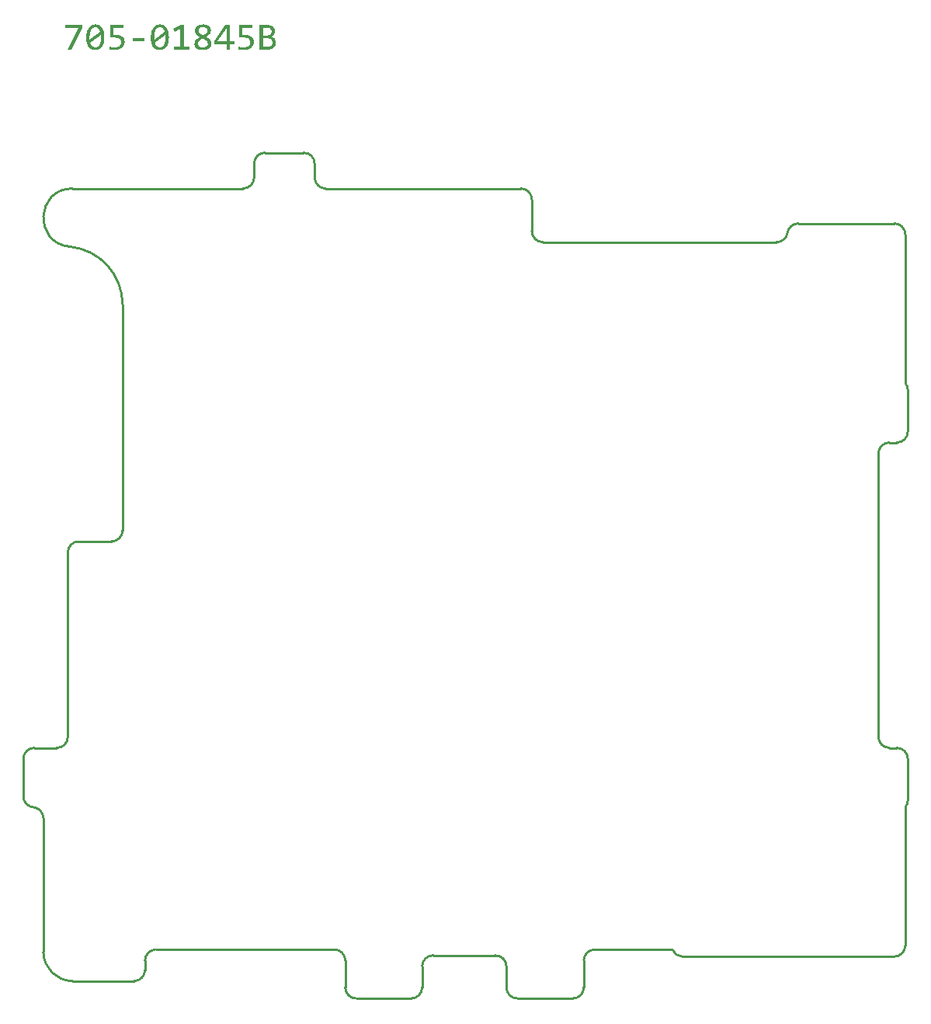
<source format=gko>
G04 Layer_Color=16711935*
%FSLAX25Y25*%
%MOIN*%
G70*
G01*
G75*
%ADD47C,0.01000*%
G36*
X87557Y55692D02*
X89397D01*
Y54435D01*
X87557D01*
Y52066D01*
X86100D01*
Y54435D01*
X80943D01*
Y55692D01*
X85498Y62780D01*
X87557D01*
Y55692D01*
D02*
G37*
G36*
X67916Y53396D02*
X70303D01*
Y52066D01*
X63580D01*
Y53396D01*
X66331D01*
Y61213D01*
X63762Y59828D01*
X63252Y61049D01*
X66641Y62834D01*
X67916D01*
Y53396D01*
D02*
G37*
G36*
X97250Y61541D02*
X92823D01*
Y58534D01*
X94025D01*
X94226Y58516D01*
X94463Y58498D01*
X94699Y58480D01*
X95246Y58389D01*
X95282D01*
X95373Y58352D01*
X95519Y58316D01*
X95683Y58279D01*
X95902Y58206D01*
X96121Y58115D01*
X96339Y58024D01*
X96558Y57897D01*
X96576Y57878D01*
X96649Y57842D01*
X96758Y57751D01*
X96886Y57660D01*
X97032Y57514D01*
X97177Y57368D01*
X97323Y57168D01*
X97469Y56967D01*
X97487Y56949D01*
X97523Y56858D01*
X97578Y56731D01*
X97651Y56567D01*
X97724Y56348D01*
X97779Y56093D01*
X97815Y55820D01*
X97833Y55492D01*
Y55455D01*
Y55364D01*
X97815Y55200D01*
X97797Y55018D01*
X97742Y54781D01*
X97688Y54544D01*
X97596Y54289D01*
X97487Y54034D01*
X97469Y53998D01*
X97432Y53925D01*
X97341Y53797D01*
X97232Y53651D01*
X97104Y53469D01*
X96940Y53287D01*
X96740Y53087D01*
X96521Y52904D01*
X96503Y52886D01*
X96412Y52832D01*
X96285Y52740D01*
X96121Y52631D01*
X95902Y52522D01*
X95665Y52394D01*
X95392Y52285D01*
X95100Y52175D01*
X95064Y52157D01*
X94955Y52139D01*
X94791Y52103D01*
X94572Y52048D01*
X94317Y51993D01*
X94007Y51957D01*
X93679Y51939D01*
X93333Y51920D01*
X93023D01*
X92823Y51939D01*
X92713D01*
X92659Y51957D01*
X92477D01*
X92276Y51975D01*
X92185D01*
X92112Y51993D01*
X91930Y52012D01*
X91748Y52030D01*
X91711D01*
X91602Y52048D01*
X91456D01*
X91292Y52066D01*
Y53360D01*
X91311D01*
X91365Y53342D01*
X91456Y53323D01*
X91584Y53305D01*
X91729Y53269D01*
X91894Y53250D01*
X92094Y53214D01*
X92294Y53196D01*
X92404D01*
X92513Y53178D01*
X92841D01*
X93041Y53159D01*
X93697D01*
X93861Y53178D01*
X94025Y53196D01*
X94226Y53214D01*
X94626Y53305D01*
X94645D01*
X94718Y53342D01*
X94809Y53378D01*
X94936Y53433D01*
X95228Y53560D01*
X95519Y53761D01*
X95538Y53779D01*
X95574Y53815D01*
X95647Y53870D01*
X95738Y53961D01*
X95829Y54052D01*
X95920Y54180D01*
X96102Y54453D01*
X96121Y54471D01*
X96139Y54526D01*
X96175Y54617D01*
X96212Y54726D01*
X96248Y54872D01*
X96266Y55036D01*
X96303Y55200D01*
Y55401D01*
Y55419D01*
Y55437D01*
Y55492D01*
X96285Y55564D01*
X96266Y55728D01*
X96212Y55947D01*
X96121Y56184D01*
X95993Y56421D01*
X95811Y56639D01*
X95574Y56840D01*
X95538Y56858D01*
X95446Y56913D01*
X95282Y56986D01*
X95046Y57077D01*
X94754Y57168D01*
X94390Y57241D01*
X93971Y57295D01*
X93497Y57314D01*
X91474D01*
Y62780D01*
X97250D01*
Y61541D01*
D02*
G37*
G36*
X103718Y62761D02*
X103937Y62743D01*
X104210Y62707D01*
X104502Y62634D01*
X104830Y62561D01*
X105158Y62452D01*
X105486Y62324D01*
X105814Y62142D01*
X106105Y61941D01*
X106378Y61686D01*
X106597Y61377D01*
X106779Y61031D01*
X106889Y60630D01*
X106907Y60411D01*
X106925Y60174D01*
Y60156D01*
Y60138D01*
Y60028D01*
X106907Y59864D01*
X106870Y59664D01*
X106816Y59427D01*
X106743Y59172D01*
X106652Y58917D01*
X106506Y58680D01*
X106488Y58662D01*
X106433Y58571D01*
X106324Y58461D01*
X106196Y58334D01*
X106014Y58188D01*
X105777Y58024D01*
X105504Y57878D01*
X105176Y57751D01*
X105194D01*
X105249Y57733D01*
X105340Y57714D01*
X105449Y57696D01*
X105704Y57605D01*
X105996Y57478D01*
X106014D01*
X106069Y57441D01*
X106142Y57405D01*
X106233Y57332D01*
X106451Y57186D01*
X106670Y56967D01*
X106688Y56949D01*
X106725Y56913D01*
X106779Y56840D01*
X106834Y56767D01*
X106907Y56658D01*
X106980Y56530D01*
X107125Y56220D01*
Y56202D01*
X107162Y56147D01*
X107180Y56056D01*
X107217Y55947D01*
X107253Y55801D01*
X107271Y55637D01*
X107308Y55273D01*
Y55237D01*
Y55145D01*
X107289Y55000D01*
X107271Y54799D01*
X107235Y54599D01*
X107180Y54362D01*
X107107Y54125D01*
X106998Y53888D01*
X106980Y53870D01*
X106943Y53797D01*
X106870Y53688D01*
X106779Y53542D01*
X106670Y53396D01*
X106524Y53214D01*
X106360Y53050D01*
X106160Y52886D01*
X106142Y52868D01*
X106069Y52813D01*
X105941Y52740D01*
X105795Y52667D01*
X105595Y52558D01*
X105376Y52449D01*
X105121Y52358D01*
X104830Y52267D01*
X104793D01*
X104702Y52230D01*
X104538Y52212D01*
X104338Y52175D01*
X104083Y52139D01*
X103791Y52103D01*
X103463Y52084D01*
X103117Y52066D01*
X100366D01*
Y62780D01*
X103536D01*
X103718Y62761D01*
D02*
G37*
G36*
X41825Y61541D02*
X37398D01*
Y58534D01*
X38600D01*
X38800Y58516D01*
X39037Y58498D01*
X39274Y58480D01*
X39821Y58389D01*
X39857D01*
X39948Y58352D01*
X40094Y58316D01*
X40258Y58279D01*
X40477Y58206D01*
X40695Y58115D01*
X40914Y58024D01*
X41133Y57897D01*
X41151Y57878D01*
X41224Y57842D01*
X41333Y57751D01*
X41461Y57660D01*
X41606Y57514D01*
X41752Y57368D01*
X41898Y57168D01*
X42044Y56967D01*
X42062Y56949D01*
X42098Y56858D01*
X42153Y56731D01*
X42226Y56567D01*
X42299Y56348D01*
X42353Y56093D01*
X42390Y55820D01*
X42408Y55492D01*
Y55455D01*
Y55364D01*
X42390Y55200D01*
X42372Y55018D01*
X42317Y54781D01*
X42262Y54544D01*
X42171Y54289D01*
X42062Y54034D01*
X42044Y53998D01*
X42007Y53925D01*
X41916Y53797D01*
X41807Y53651D01*
X41679Y53469D01*
X41515Y53287D01*
X41315Y53087D01*
X41096Y52904D01*
X41078Y52886D01*
X40987Y52832D01*
X40859Y52740D01*
X40695Y52631D01*
X40477Y52522D01*
X40240Y52394D01*
X39966Y52285D01*
X39675Y52175D01*
X39639Y52157D01*
X39529Y52139D01*
X39365Y52103D01*
X39147Y52048D01*
X38892Y51993D01*
X38582Y51957D01*
X38254Y51939D01*
X37908Y51920D01*
X37598D01*
X37398Y51939D01*
X37288D01*
X37233Y51957D01*
X37051D01*
X36851Y51975D01*
X36760D01*
X36687Y51993D01*
X36505Y52012D01*
X36323Y52030D01*
X36286D01*
X36177Y52048D01*
X36031D01*
X35867Y52066D01*
Y53360D01*
X35885D01*
X35940Y53342D01*
X36031Y53323D01*
X36158Y53305D01*
X36304Y53269D01*
X36468Y53250D01*
X36669Y53214D01*
X36869Y53196D01*
X36978D01*
X37088Y53178D01*
X37416D01*
X37616Y53159D01*
X38272D01*
X38436Y53178D01*
X38600Y53196D01*
X38800Y53214D01*
X39201Y53305D01*
X39219D01*
X39292Y53342D01*
X39384Y53378D01*
X39511Y53433D01*
X39803Y53560D01*
X40094Y53761D01*
X40112Y53779D01*
X40149Y53815D01*
X40222Y53870D01*
X40313Y53961D01*
X40404Y54052D01*
X40495Y54180D01*
X40677Y54453D01*
X40695Y54471D01*
X40714Y54526D01*
X40750Y54617D01*
X40786Y54726D01*
X40823Y54872D01*
X40841Y55036D01*
X40878Y55200D01*
Y55401D01*
Y55419D01*
Y55437D01*
Y55492D01*
X40859Y55564D01*
X40841Y55728D01*
X40786Y55947D01*
X40695Y56184D01*
X40568Y56421D01*
X40386Y56639D01*
X40149Y56840D01*
X40112Y56858D01*
X40021Y56913D01*
X39857Y56986D01*
X39620Y57077D01*
X39329Y57168D01*
X38964Y57241D01*
X38545Y57295D01*
X38072Y57314D01*
X36049D01*
Y62780D01*
X41825D01*
Y61541D01*
D02*
G37*
G36*
X57895Y62925D02*
X58095Y62907D01*
X58332Y62871D01*
X58606Y62798D01*
X58861Y62725D01*
X59134Y62616D01*
X59170Y62597D01*
X59262Y62561D01*
X59389Y62470D01*
X59553Y62361D01*
X59735Y62233D01*
X59936Y62051D01*
X60136Y61850D01*
X60337Y61614D01*
X60355Y61577D01*
X60428Y61486D01*
X60519Y61340D01*
X60628Y61140D01*
X60755Y60903D01*
X60883Y60593D01*
X61011Y60265D01*
X61120Y59883D01*
Y59864D01*
X61138Y59828D01*
Y59773D01*
X61156Y59700D01*
X61193Y59591D01*
X61211Y59482D01*
X61229Y59336D01*
X61266Y59190D01*
X61302Y58826D01*
X61357Y58407D01*
X61375Y57933D01*
X61393Y57423D01*
Y57405D01*
Y57368D01*
Y57295D01*
Y57222D01*
Y57113D01*
X61375Y56986D01*
X61357Y56676D01*
X61339Y56330D01*
X61284Y55947D01*
X61229Y55546D01*
X61138Y55164D01*
Y55145D01*
X61120Y55127D01*
Y55072D01*
X61102Y55000D01*
X61029Y54817D01*
X60956Y54581D01*
X60847Y54307D01*
X60719Y54016D01*
X60573Y53724D01*
X60391Y53433D01*
X60373Y53396D01*
X60300Y53305D01*
X60191Y53178D01*
X60045Y53014D01*
X59881Y52832D01*
X59662Y52649D01*
X59425Y52467D01*
X59152Y52303D01*
X59116Y52285D01*
X59025Y52248D01*
X58861Y52175D01*
X58660Y52121D01*
X58405Y52048D01*
X58114Y51975D01*
X57786Y51939D01*
X57421Y51920D01*
X57275D01*
X57112Y51939D01*
X56893Y51957D01*
X56656Y51993D01*
X56383Y52048D01*
X56109Y52121D01*
X55836Y52230D01*
X55800Y52248D01*
X55727Y52285D01*
X55599Y52376D01*
X55435Y52485D01*
X55235Y52613D01*
X55035Y52795D01*
X54834Y52996D01*
X54634Y53232D01*
X54615Y53269D01*
X54561Y53360D01*
X54470Y53506D01*
X54360Y53706D01*
X54233Y53943D01*
X54105Y54234D01*
X53978Y54581D01*
X53868Y54945D01*
Y54963D01*
X53850Y55000D01*
Y55054D01*
X53832Y55127D01*
X53814Y55237D01*
X53795Y55346D01*
X53759Y55492D01*
X53741Y55637D01*
X53686Y56002D01*
X53650Y56421D01*
X53632Y56913D01*
X53613Y57423D01*
Y57441D01*
Y57478D01*
Y57551D01*
Y57623D01*
Y57733D01*
X53632Y57860D01*
X53650Y58170D01*
X53668Y58516D01*
X53723Y58881D01*
X53777Y59281D01*
X53850Y59664D01*
Y59682D01*
X53868Y59719D01*
X53887Y59755D01*
X53905Y59828D01*
X53960Y60028D01*
X54032Y60265D01*
X54142Y60539D01*
X54269Y60830D01*
X54433Y61122D01*
X54597Y61413D01*
X54615Y61449D01*
X54688Y61541D01*
X54798Y61668D01*
X54943Y61832D01*
X55107Y62014D01*
X55326Y62197D01*
X55563Y62379D01*
X55836Y62543D01*
X55873Y62561D01*
X55964Y62597D01*
X56128Y62670D01*
X56328Y62743D01*
X56583Y62816D01*
X56893Y62889D01*
X57221Y62925D01*
X57585Y62944D01*
X57731D01*
X57895Y62925D01*
D02*
G37*
G36*
X30182D02*
X30383Y62907D01*
X30620Y62871D01*
X30893Y62798D01*
X31148Y62725D01*
X31421Y62616D01*
X31458Y62597D01*
X31549Y62561D01*
X31676Y62470D01*
X31840Y62361D01*
X32023Y62233D01*
X32223Y62051D01*
X32423Y61850D01*
X32624Y61614D01*
X32642Y61577D01*
X32715Y61486D01*
X32806Y61340D01*
X32915Y61140D01*
X33043Y60903D01*
X33171Y60593D01*
X33298Y60265D01*
X33407Y59883D01*
Y59864D01*
X33426Y59828D01*
Y59773D01*
X33444Y59700D01*
X33480Y59591D01*
X33498Y59482D01*
X33517Y59336D01*
X33553Y59190D01*
X33590Y58826D01*
X33644Y58407D01*
X33662Y57933D01*
X33681Y57423D01*
Y57405D01*
Y57368D01*
Y57295D01*
Y57222D01*
Y57113D01*
X33662Y56986D01*
X33644Y56676D01*
X33626Y56330D01*
X33571Y55947D01*
X33517Y55546D01*
X33426Y55164D01*
Y55145D01*
X33407Y55127D01*
Y55072D01*
X33389Y55000D01*
X33316Y54817D01*
X33243Y54581D01*
X33134Y54307D01*
X33007Y54016D01*
X32861Y53724D01*
X32678Y53433D01*
X32660Y53396D01*
X32587Y53305D01*
X32478Y53178D01*
X32332Y53014D01*
X32168Y52832D01*
X31950Y52649D01*
X31713Y52467D01*
X31440Y52303D01*
X31403Y52285D01*
X31312Y52248D01*
X31148Y52175D01*
X30948Y52121D01*
X30692Y52048D01*
X30401Y51975D01*
X30073Y51939D01*
X29709Y51920D01*
X29563D01*
X29399Y51939D01*
X29180Y51957D01*
X28943Y51993D01*
X28670Y52048D01*
X28397Y52121D01*
X28124Y52230D01*
X28087Y52248D01*
X28014Y52285D01*
X27887Y52376D01*
X27723Y52485D01*
X27522Y52613D01*
X27322Y52795D01*
X27121Y52996D01*
X26921Y53232D01*
X26903Y53269D01*
X26848Y53360D01*
X26757Y53506D01*
X26648Y53706D01*
X26520Y53943D01*
X26393Y54234D01*
X26265Y54581D01*
X26156Y54945D01*
Y54963D01*
X26138Y55000D01*
Y55054D01*
X26119Y55127D01*
X26101Y55237D01*
X26083Y55346D01*
X26046Y55492D01*
X26028Y55637D01*
X25974Y56002D01*
X25937Y56421D01*
X25919Y56913D01*
X25901Y57423D01*
Y57441D01*
Y57478D01*
Y57551D01*
Y57623D01*
Y57733D01*
X25919Y57860D01*
X25937Y58170D01*
X25955Y58516D01*
X26010Y58881D01*
X26065Y59281D01*
X26138Y59664D01*
Y59682D01*
X26156Y59719D01*
X26174Y59755D01*
X26192Y59828D01*
X26247Y60028D01*
X26320Y60265D01*
X26429Y60539D01*
X26557Y60830D01*
X26721Y61122D01*
X26885Y61413D01*
X26903Y61449D01*
X26976Y61541D01*
X27085Y61668D01*
X27231Y61832D01*
X27395Y62014D01*
X27613Y62197D01*
X27850Y62379D01*
X28124Y62543D01*
X28160Y62561D01*
X28251Y62597D01*
X28415Y62670D01*
X28615Y62743D01*
X28870Y62816D01*
X29180Y62889D01*
X29508Y62925D01*
X29873Y62944D01*
X30018D01*
X30182Y62925D01*
D02*
G37*
G36*
X76516D02*
X76753Y62907D01*
X76990Y62871D01*
X77245Y62816D01*
X77482Y62761D01*
X77518D01*
X77591Y62725D01*
X77700Y62688D01*
X77846Y62634D01*
X78010Y62561D01*
X78174Y62470D01*
X78356Y62361D01*
X78520Y62251D01*
X78538Y62233D01*
X78593Y62197D01*
X78666Y62124D01*
X78775Y62033D01*
X78866Y61905D01*
X78975Y61778D01*
X79085Y61614D01*
X79176Y61449D01*
X79194Y61431D01*
X79212Y61377D01*
X79249Y61267D01*
X79285Y61158D01*
X79322Y60994D01*
X79358Y60812D01*
X79395Y60630D01*
Y60411D01*
Y60393D01*
Y60374D01*
Y60320D01*
Y60265D01*
X79376Y60083D01*
X79322Y59864D01*
X79267Y59609D01*
X79176Y59354D01*
X79048Y59081D01*
X78866Y58826D01*
X78848Y58789D01*
X78775Y58716D01*
X78648Y58589D01*
X78484Y58443D01*
X78283Y58261D01*
X78028Y58061D01*
X77718Y57860D01*
X77390Y57678D01*
X77409Y57660D01*
X77463Y57642D01*
X77554Y57587D01*
X77682Y57532D01*
X77810Y57441D01*
X77955Y57350D01*
X78265Y57150D01*
X78283Y57131D01*
X78338Y57095D01*
X78411Y57040D01*
X78520Y56967D01*
X78739Y56767D01*
X78975Y56512D01*
X78994Y56494D01*
X79030Y56457D01*
X79085Y56384D01*
X79158Y56293D01*
X79231Y56166D01*
X79303Y56038D01*
X79449Y55728D01*
Y55710D01*
X79486Y55656D01*
X79504Y55564D01*
X79540Y55437D01*
X79577Y55309D01*
X79595Y55145D01*
X79632Y54763D01*
Y54726D01*
Y54654D01*
X79613Y54508D01*
X79595Y54344D01*
X79559Y54162D01*
X79504Y53961D01*
X79431Y53742D01*
X79340Y53542D01*
X79322Y53524D01*
X79285Y53451D01*
X79231Y53360D01*
X79140Y53232D01*
X79030Y53087D01*
X78903Y52941D01*
X78739Y52795D01*
X78557Y52649D01*
X78538Y52631D01*
X78465Y52595D01*
X78356Y52522D01*
X78228Y52449D01*
X78046Y52358D01*
X77846Y52267D01*
X77627Y52175D01*
X77372Y52103D01*
X77336D01*
X77263Y52066D01*
X77117Y52048D01*
X76935Y52012D01*
X76716Y51975D01*
X76479Y51957D01*
X76206Y51920D01*
X75769D01*
X75605Y51939D01*
X75386D01*
X75149Y51957D01*
X74894Y51993D01*
X74621Y52048D01*
X74366Y52103D01*
X74329Y52121D01*
X74257Y52139D01*
X74129Y52194D01*
X73965Y52248D01*
X73801Y52321D01*
X73601Y52412D01*
X73418Y52522D01*
X73236Y52649D01*
X73218Y52667D01*
X73163Y52722D01*
X73090Y52795D01*
X72981Y52886D01*
X72872Y53014D01*
X72763Y53159D01*
X72653Y53323D01*
X72562Y53487D01*
Y53506D01*
X72526Y53579D01*
X72489Y53670D01*
X72453Y53815D01*
X72416Y53961D01*
X72380Y54143D01*
X72362Y54344D01*
X72343Y54562D01*
Y54581D01*
Y54599D01*
Y54654D01*
X72362Y54726D01*
X72380Y54909D01*
X72416Y55145D01*
X72471Y55401D01*
X72580Y55692D01*
X72708Y55984D01*
X72890Y56257D01*
X72908Y56293D01*
X72999Y56384D01*
X73127Y56512D01*
X73309Y56694D01*
X73546Y56894D01*
X73838Y57113D01*
X74184Y57350D01*
X74585Y57569D01*
X74566D01*
X74548Y57587D01*
X74493Y57623D01*
X74420Y57660D01*
X74238Y57769D01*
X74001Y57915D01*
X73746Y58097D01*
X73510Y58297D01*
X73255Y58516D01*
X73054Y58753D01*
X73036Y58789D01*
X72981Y58862D01*
X72908Y59008D01*
X72817Y59190D01*
X72726Y59409D01*
X72653Y59664D01*
X72598Y59937D01*
X72580Y60247D01*
Y60265D01*
Y60338D01*
X72598Y60429D01*
Y60557D01*
X72635Y60721D01*
X72671Y60885D01*
X72708Y61049D01*
X72781Y61231D01*
X72799Y61249D01*
X72817Y61322D01*
X72872Y61413D01*
X72945Y61522D01*
X73036Y61668D01*
X73145Y61814D01*
X73273Y61960D01*
X73418Y62105D01*
X73437Y62124D01*
X73491Y62178D01*
X73582Y62233D01*
X73710Y62324D01*
X73874Y62415D01*
X74056Y62524D01*
X74257Y62616D01*
X74493Y62707D01*
X74530Y62725D01*
X74603Y62743D01*
X74748Y62780D01*
X74931Y62834D01*
X75149Y62871D01*
X75423Y62907D01*
X75714Y62925D01*
X76024Y62944D01*
X76315D01*
X76516Y62925D01*
D02*
G37*
G36*
X50716Y55856D02*
X45815D01*
Y57204D01*
X50716D01*
Y55856D01*
D02*
G37*
G36*
X24152Y61449D02*
X19651Y52066D01*
X18011D01*
X22676Y61449D01*
X16900D01*
Y62780D01*
X24152D01*
Y61449D01*
D02*
G37*
%LPC*%
G36*
X86100Y61395D02*
X82364Y55692D01*
X86100D01*
Y61395D01*
D02*
G37*
G36*
X103536Y61541D02*
X101823D01*
Y58206D01*
X103445D01*
X103554Y58225D01*
X103700D01*
X103846Y58243D01*
X104156Y58297D01*
X104174D01*
X104228Y58316D01*
X104301Y58352D01*
X104392Y58389D01*
X104611Y58480D01*
X104848Y58625D01*
X104866Y58644D01*
X104903Y58662D01*
X105012Y58771D01*
X105158Y58953D01*
X105303Y59172D01*
Y59190D01*
X105322Y59227D01*
X105358Y59300D01*
X105394Y59409D01*
X105413Y59518D01*
X105449Y59664D01*
X105467Y59974D01*
Y59992D01*
Y60028D01*
Y60083D01*
X105449Y60174D01*
X105431Y60356D01*
X105358Y60575D01*
Y60593D01*
X105340Y60630D01*
X105322Y60684D01*
X105285Y60739D01*
X105176Y60903D01*
X105012Y61067D01*
X104994Y61085D01*
X104975Y61103D01*
X104921Y61140D01*
X104848Y61194D01*
X104757Y61249D01*
X104629Y61304D01*
X104502Y61358D01*
X104356Y61413D01*
X104338D01*
X104283Y61431D01*
X104192Y61449D01*
X104065Y61486D01*
X103919Y61504D01*
X103736Y61522D01*
X103536Y61541D01*
D02*
G37*
G36*
X103518Y56986D02*
X101823D01*
Y53305D01*
X103554D01*
X103664Y53323D01*
X103791D01*
X104065Y53360D01*
X104374Y53414D01*
X104684Y53506D01*
X104975Y53615D01*
X105231Y53761D01*
X105249Y53779D01*
X105322Y53852D01*
X105431Y53961D01*
X105540Y54125D01*
X105650Y54325D01*
X105759Y54581D01*
X105832Y54872D01*
X105850Y55218D01*
Y55237D01*
Y55291D01*
Y55364D01*
X105832Y55455D01*
X105777Y55692D01*
X105668Y55947D01*
Y55965D01*
X105631Y56002D01*
X105595Y56056D01*
X105540Y56147D01*
X105394Y56312D01*
X105176Y56494D01*
X105158Y56512D01*
X105121Y56530D01*
X105048Y56585D01*
X104957Y56621D01*
X104830Y56694D01*
X104702Y56749D01*
X104374Y56858D01*
X104356D01*
X104283Y56876D01*
X104192Y56894D01*
X104065Y56931D01*
X103901Y56949D01*
X103718Y56967D01*
X103518Y56986D01*
D02*
G37*
G36*
X57494Y61723D02*
X57403D01*
X57294Y61705D01*
X57148Y61686D01*
X57002Y61650D01*
X56820Y61614D01*
X56656Y61541D01*
X56474Y61449D01*
X56456Y61431D01*
X56401Y61395D01*
X56310Y61340D01*
X56200Y61249D01*
X56091Y61122D01*
X55945Y60994D01*
X55818Y60830D01*
X55690Y60630D01*
X55672Y60611D01*
X55636Y60539D01*
X55581Y60429D01*
X55508Y60265D01*
X55435Y60065D01*
X55362Y59846D01*
X55290Y59591D01*
X55217Y59300D01*
Y59263D01*
X55198Y59154D01*
X55162Y58990D01*
X55144Y58771D01*
X55107Y58498D01*
X55071Y58188D01*
X55053Y57842D01*
Y57459D01*
Y57441D01*
Y57423D01*
Y57295D01*
Y57131D01*
Y56949D01*
Y56931D01*
Y56913D01*
Y56803D01*
Y56658D01*
X55071Y56476D01*
X59608Y59828D01*
Y59846D01*
X59589Y59901D01*
X59553Y59974D01*
X59517Y60083D01*
X59425Y60320D01*
X59298Y60593D01*
Y60611D01*
X59262Y60648D01*
X59225Y60721D01*
X59170Y60794D01*
X59025Y60994D01*
X58842Y61176D01*
X58824Y61194D01*
X58806Y61213D01*
X58751Y61267D01*
X58679Y61322D01*
X58478Y61449D01*
X58241Y61577D01*
X58223D01*
X58187Y61595D01*
X58114Y61632D01*
X58022Y61650D01*
X57913Y61686D01*
X57786Y61705D01*
X57494Y61723D01*
D02*
G37*
G36*
X59881Y58461D02*
X55344Y55091D01*
Y55072D01*
X55362Y55018D01*
X55399Y54927D01*
X55435Y54836D01*
X55526Y54562D01*
X55654Y54289D01*
X55672Y54271D01*
X55690Y54234D01*
X55727Y54162D01*
X55782Y54089D01*
X55927Y53888D01*
X56109Y53670D01*
X56128Y53651D01*
X56164Y53633D01*
X56219Y53579D01*
X56292Y53524D01*
X56474Y53396D01*
X56711Y53269D01*
X56729D01*
X56765Y53250D01*
X56838Y53232D01*
X56948Y53214D01*
X57057Y53178D01*
X57184Y53159D01*
X57494Y53141D01*
X57585D01*
X57695Y53159D01*
X57840Y53178D01*
X57986Y53196D01*
X58168Y53250D01*
X58332Y53305D01*
X58514Y53396D01*
X58533Y53414D01*
X58587Y53451D01*
X58679Y53506D01*
X58788Y53597D01*
X58897Y53706D01*
X59025Y53852D01*
X59152Y54016D01*
X59280Y54198D01*
X59298Y54216D01*
X59334Y54289D01*
X59389Y54417D01*
X59462Y54562D01*
X59553Y54763D01*
X59626Y54981D01*
X59699Y55255D01*
X59772Y55528D01*
Y55546D01*
Y55564D01*
X59808Y55674D01*
X59826Y55838D01*
X59863Y56056D01*
X59899Y56330D01*
X59917Y56639D01*
X59954Y56986D01*
Y57368D01*
Y57386D01*
Y57423D01*
Y57478D01*
Y57532D01*
X59936Y57714D01*
X59917Y57915D01*
Y57933D01*
Y57969D01*
Y58024D01*
X59899Y58079D01*
Y58261D01*
X59881Y58461D01*
D02*
G37*
G36*
X32168D02*
X27632Y55091D01*
Y55072D01*
X27650Y55018D01*
X27686Y54927D01*
X27723Y54836D01*
X27814Y54562D01*
X27941Y54289D01*
X27959Y54271D01*
X27978Y54234D01*
X28014Y54162D01*
X28069Y54089D01*
X28215Y53888D01*
X28397Y53670D01*
X28415Y53651D01*
X28451Y53633D01*
X28506Y53579D01*
X28579Y53524D01*
X28761Y53396D01*
X28998Y53269D01*
X29016D01*
X29053Y53250D01*
X29126Y53232D01*
X29235Y53214D01*
X29344Y53178D01*
X29472Y53159D01*
X29781Y53141D01*
X29873D01*
X29982Y53159D01*
X30128Y53178D01*
X30274Y53196D01*
X30456Y53250D01*
X30620Y53305D01*
X30802Y53396D01*
X30820Y53414D01*
X30875Y53451D01*
X30966Y53506D01*
X31075Y53597D01*
X31185Y53706D01*
X31312Y53852D01*
X31440Y54016D01*
X31567Y54198D01*
X31585Y54216D01*
X31622Y54289D01*
X31676Y54417D01*
X31749Y54562D01*
X31840Y54763D01*
X31913Y54981D01*
X31986Y55255D01*
X32059Y55528D01*
Y55546D01*
Y55564D01*
X32096Y55674D01*
X32114Y55838D01*
X32150Y56056D01*
X32187Y56330D01*
X32205Y56639D01*
X32241Y56986D01*
Y57368D01*
Y57386D01*
Y57423D01*
Y57478D01*
Y57532D01*
X32223Y57714D01*
X32205Y57915D01*
Y57933D01*
Y57969D01*
Y58024D01*
X32187Y58079D01*
Y58261D01*
X32168Y58461D01*
D02*
G37*
G36*
X29781Y61723D02*
X29690D01*
X29581Y61705D01*
X29435Y61686D01*
X29290Y61650D01*
X29107Y61614D01*
X28943Y61541D01*
X28761Y61449D01*
X28743Y61431D01*
X28688Y61395D01*
X28597Y61340D01*
X28488Y61249D01*
X28379Y61122D01*
X28233Y60994D01*
X28105Y60830D01*
X27978Y60630D01*
X27959Y60611D01*
X27923Y60539D01*
X27868Y60429D01*
X27796Y60265D01*
X27723Y60065D01*
X27650Y59846D01*
X27577Y59591D01*
X27504Y59300D01*
Y59263D01*
X27486Y59154D01*
X27449Y58990D01*
X27431Y58771D01*
X27395Y58498D01*
X27358Y58188D01*
X27340Y57842D01*
Y57459D01*
Y57441D01*
Y57423D01*
Y57295D01*
Y57131D01*
Y56949D01*
Y56931D01*
Y56913D01*
Y56803D01*
Y56658D01*
X27358Y56476D01*
X31895Y59828D01*
Y59846D01*
X31877Y59901D01*
X31840Y59974D01*
X31804Y60083D01*
X31713Y60320D01*
X31585Y60593D01*
Y60611D01*
X31549Y60648D01*
X31512Y60721D01*
X31458Y60794D01*
X31312Y60994D01*
X31130Y61176D01*
X31112Y61194D01*
X31093Y61213D01*
X31039Y61267D01*
X30966Y61322D01*
X30765Y61449D01*
X30529Y61577D01*
X30510D01*
X30474Y61595D01*
X30401Y61632D01*
X30310Y61650D01*
X30201Y61686D01*
X30073Y61705D01*
X29781Y61723D01*
D02*
G37*
G36*
X75987Y61759D02*
X75842D01*
X75678Y61741D01*
X75477Y61723D01*
X75240Y61668D01*
X75004Y61614D01*
X74767Y61522D01*
X74566Y61395D01*
X74548Y61377D01*
X74493Y61322D01*
X74402Y61249D01*
X74311Y61140D01*
X74220Y60976D01*
X74129Y60794D01*
X74074Y60575D01*
X74056Y60320D01*
Y60302D01*
Y60265D01*
Y60211D01*
X74074Y60138D01*
X74111Y59937D01*
X74165Y59737D01*
Y59719D01*
X74184Y59700D01*
X74257Y59573D01*
X74384Y59427D01*
X74548Y59245D01*
X74566Y59227D01*
X74603Y59209D01*
X74657Y59154D01*
X74730Y59099D01*
X74931Y58953D01*
X75186Y58771D01*
X75204Y58753D01*
X75259Y58735D01*
X75331Y58680D01*
X75441Y58625D01*
X75587Y58552D01*
X75732Y58480D01*
X75915Y58407D01*
X76115Y58316D01*
X76133D01*
X76151Y58334D01*
X76261Y58389D01*
X76425Y58480D01*
X76625Y58589D01*
X76844Y58716D01*
X77081Y58862D01*
X77299Y59026D01*
X77482Y59209D01*
X77500Y59227D01*
X77554Y59300D01*
X77627Y59391D01*
X77718Y59518D01*
X77791Y59682D01*
X77864Y59864D01*
X77919Y60083D01*
X77937Y60302D01*
Y60338D01*
Y60429D01*
X77919Y60557D01*
X77864Y60721D01*
X77810Y60885D01*
X77718Y61067D01*
X77591Y61249D01*
X77409Y61395D01*
X77390Y61413D01*
X77318Y61449D01*
X77208Y61504D01*
X77044Y61577D01*
X76844Y61650D01*
X76589Y61705D01*
X76315Y61741D01*
X75987Y61759D01*
D02*
G37*
G36*
X75860Y56949D02*
X75842Y56931D01*
X75769Y56894D01*
X75660Y56840D01*
X75532Y56785D01*
X75240Y56603D01*
X74931Y56403D01*
X74913Y56384D01*
X74876Y56348D01*
X74803Y56293D01*
X74712Y56239D01*
X74512Y56056D01*
X74311Y55856D01*
X74293Y55838D01*
X74275Y55801D01*
X74238Y55747D01*
X74184Y55674D01*
X74074Y55492D01*
X73983Y55273D01*
Y55255D01*
X73965Y55218D01*
X73947Y55164D01*
Y55091D01*
X73910Y54890D01*
X73892Y54654D01*
Y54635D01*
Y54599D01*
Y54526D01*
X73910Y54435D01*
X73947Y54216D01*
X74038Y53998D01*
Y53979D01*
X74074Y53961D01*
X74147Y53834D01*
X74293Y53688D01*
X74475Y53524D01*
X74493D01*
X74530Y53487D01*
X74585Y53451D01*
X74676Y53414D01*
X74876Y53323D01*
X75149Y53232D01*
X75168D01*
X75222Y53214D01*
X75295Y53196D01*
X75404D01*
X75514Y53178D01*
X75660Y53159D01*
X75987Y53141D01*
X76133D01*
X76243Y53159D01*
X76498Y53178D01*
X76789Y53214D01*
X76807D01*
X76862Y53232D01*
X76935Y53250D01*
X77026Y53287D01*
X77245Y53360D01*
X77463Y53487D01*
X77482Y53506D01*
X77518Y53524D01*
X77627Y53615D01*
X77773Y53779D01*
X77919Y53961D01*
Y53979D01*
X77937Y54016D01*
X77973Y54070D01*
X78010Y54162D01*
X78065Y54362D01*
X78083Y54635D01*
Y54654D01*
Y54690D01*
Y54745D01*
X78065Y54836D01*
X78046Y55018D01*
X77973Y55237D01*
Y55255D01*
X77955Y55291D01*
X77937Y55346D01*
X77901Y55419D01*
X77791Y55601D01*
X77627Y55801D01*
X77609Y55820D01*
X77573Y55856D01*
X77518Y55911D01*
X77445Y55965D01*
X77354Y56056D01*
X77226Y56147D01*
X77099Y56239D01*
X76935Y56348D01*
X76917Y56366D01*
X76862Y56403D01*
X76771Y56457D01*
X76643Y56530D01*
X76498Y56621D01*
X76297Y56731D01*
X76097Y56840D01*
X75860Y56949D01*
D02*
G37*
%LPD*%
D47*
X217200Y-25762D02*
G03*
X221900Y-30462I4700J0D01*
G01*
X217200Y-12162D02*
G03*
X212500Y-7462I-4700J0D01*
G01*
X206300Y-341200D02*
G03*
X201600Y-336500I-4700J0D01*
G01*
X174800D02*
G03*
X170100Y-341200I0J-4700D01*
G01*
X165400Y-354962D02*
G03*
X170100Y-350262I0J4700D01*
G01*
X206300D02*
G03*
X211000Y-354962I4700J0D01*
G01*
X137100Y-350262D02*
G03*
X141800Y-354962I4700J0D01*
G01*
X137100Y-338662D02*
G03*
X132400Y-333962I-4700J0D01*
G01*
X244200D02*
G03*
X239500Y-338662I0J-4700D01*
G01*
X234800Y-354962D02*
G03*
X239500Y-350262I0J4700D01*
G01*
X20000Y-7462D02*
G03*
X18834Y-32408I0J-12500D01*
G01*
X331597Y-22462D02*
G03*
X326949Y-26467I0J-4700D01*
G01*
X46447Y-347462D02*
G03*
X51147Y-342762I0J4700D01*
G01*
X7500Y-334962D02*
G03*
X20000Y-347462I12500J0D01*
G01*
X322313Y-30462D02*
G03*
X326949Y-26467I0J4688D01*
G01*
X377500Y-27162D02*
G03*
X372800Y-22462I-4700J0D01*
G01*
X378601Y-93972D02*
G03*
X377500Y-90950I-4700J0D01*
G01*
X373901Y-116450D02*
G03*
X378601Y-111750I0J4700D01*
G01*
X370700Y-116450D02*
G03*
X366000Y-121150I0J-4700D01*
G01*
Y-242750D02*
G03*
X370700Y-247450I4700J0D01*
G01*
X378601Y-252150D02*
G03*
X373901Y-247450I-4700J0D01*
G01*
X377500Y-272950D02*
G03*
X378601Y-269928I-3600J3022D01*
G01*
X372800Y-337001D02*
G03*
X377500Y-332301I0J4700D01*
G01*
X277500Y-333962D02*
G03*
X281897Y-337001I4397J1661D01*
G01*
X55847Y-333962D02*
G03*
X51147Y-338662I0J-4700D01*
G01*
X7500Y-277616D02*
G03*
X3200Y-272933I-4700J0D01*
G01*
X-1100Y-268250D02*
G03*
X3200Y-272933I4700J0D01*
G01*
X3600Y-247450D02*
G03*
X-1100Y-252150I0J-4700D01*
G01*
X13302Y-247450D02*
G03*
X18001Y-242750I0J4700D01*
G01*
X22689Y-158881D02*
G03*
X18001Y-163568I0J-4688D01*
G01*
X36813Y-158881D02*
G03*
X41500Y-154193I0J4688D01*
G01*
Y-57298D02*
G03*
X18834Y-32408I-25000J0D01*
G01*
X93250Y-7462D02*
G03*
X97950Y-2762I0J4700D01*
G01*
X102650Y7900D02*
G03*
X97950Y3200I0J-4700D01*
G01*
X123950D02*
G03*
X119250Y7900I-4700J0D01*
G01*
X123950Y-2762D02*
G03*
X128650Y-7462I4700J0D01*
G01*
X174800Y-336500D02*
X201600D01*
X141800Y-354962D02*
X165400D01*
X211000D02*
X234800D01*
X170100Y-350262D02*
Y-341200D01*
X137100Y-350262D02*
Y-338662D01*
X20000Y-7462D02*
X93250D01*
X331597Y-22462D02*
X372800D01*
X281897Y-337001D02*
X372800D01*
X20000Y-347462D02*
X46447D01*
X244200Y-333962D02*
X277500D01*
X55847D02*
X132400D01*
X221900Y-30462D02*
X322313D01*
X377500Y-90950D02*
Y-27162D01*
X378601Y-111750D02*
Y-93972D01*
X370700Y-116450D02*
X373901D01*
X366000Y-242750D02*
Y-121150D01*
X370700Y-247450D02*
X373901D01*
X378601Y-269928D02*
Y-252150D01*
X377500Y-332301D02*
Y-272950D01*
X51147Y-342762D02*
Y-338662D01*
X7500Y-334962D02*
Y-277616D01*
X-1100Y-268250D02*
Y-252150D01*
X3600Y-247450D02*
X13302D01*
X18001Y-242750D02*
Y-163568D01*
X22689Y-158881D02*
X36813D01*
X41500Y-154193D02*
Y-57298D01*
X97950Y-2762D02*
Y3200D01*
X102650Y7900D02*
X119250D01*
X123950Y-2762D02*
Y3200D01*
X128650Y-7462D02*
X212500D01*
X217200Y-25762D02*
Y-12162D01*
X239500Y-350262D02*
Y-338662D01*
X206300Y-350262D02*
Y-341200D01*
M02*

</source>
